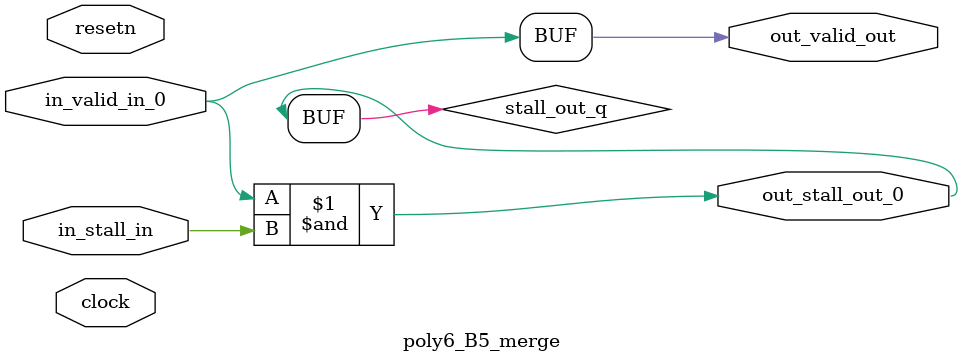
<source format=sv>



(* altera_attribute = "-name AUTO_SHIFT_REGISTER_RECOGNITION OFF; -name MESSAGE_DISABLE 10036; -name MESSAGE_DISABLE 10037; -name MESSAGE_DISABLE 14130; -name MESSAGE_DISABLE 14320; -name MESSAGE_DISABLE 15400; -name MESSAGE_DISABLE 14130; -name MESSAGE_DISABLE 10036; -name MESSAGE_DISABLE 12020; -name MESSAGE_DISABLE 12030; -name MESSAGE_DISABLE 12010; -name MESSAGE_DISABLE 12110; -name MESSAGE_DISABLE 14320; -name MESSAGE_DISABLE 13410; -name MESSAGE_DISABLE 113007; -name MESSAGE_DISABLE 10958" *)
module poly6_B5_merge (
    input wire [0:0] in_stall_in,
    input wire [0:0] in_valid_in_0,
    output wire [0:0] out_stall_out_0,
    output wire [0:0] out_valid_out,
    input wire clock,
    input wire resetn
    );

    wire [0:0] stall_out_q;


    // stall_out(LOGICAL,6)
    assign stall_out_q = in_valid_in_0 & in_stall_in;

    // out_stall_out_0(GPOUT,4)
    assign out_stall_out_0 = stall_out_q;

    // out_valid_out(GPOUT,5)
    assign out_valid_out = in_valid_in_0;

endmodule

</source>
